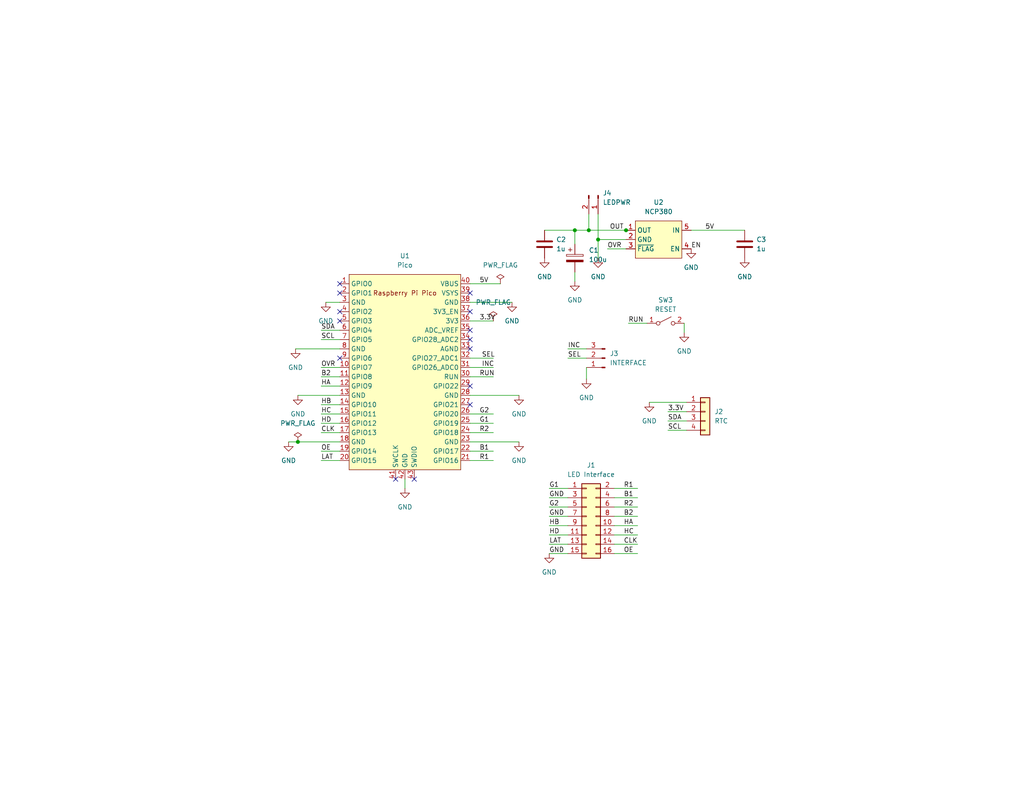
<source format=kicad_sch>
(kicad_sch (version 20211123) (generator eeschema)
  (paper "USLetter")
  (title_block (title "Matrix Clock") (date "2022-12-09") (rev "1") (company "Matt Wachowski"))
  (lib_symbols
    (symbol "Connector:Conn_01x02_Male" (pin_names (offset 1.016) hide)
      (property "Reference" "J" (at 0 2.54 0))
      (property "Value" "Conn_01x02_Male" (at 0 -5.08 0))
      (symbol "Conn_01x02_Male_1_1"
        (polyline (pts (xy 1.27 -2.54) (xy 0.8636 -2.54)) (stroke (width 0.1524)))
        (polyline (pts (xy 1.27 0) (xy 0.8636 0)) (stroke (width 0.1524)))
        (rectangle (start 0.8636 -2.413) (end 0 -2.667) (stroke (width 0.1524)) (fill (type outline)))
        (rectangle (start 0.8636 0.127) (end 0 -0.127) (stroke (width 0.1524)) (fill (type outline)))
        (pin passive line (at 5.08 0 180) (length 3.81) (name "Pin_1") (number "1"))
        (pin passive line (at 5.08 -2.54 180) (length 3.81) (name "Pin_2") (number "2"))
      )
    )
    (symbol "Connector:Conn_01x03_Male" (pin_names (offset 1.016) hide)
      (property "Reference" "J" (at 0 5.08 0))
      (property "Value" "Conn_01x03_Male" (at 0 -5.08 0))
      (symbol "Conn_01x03_Male_1_1"
        (polyline (pts (xy 1.27 -2.54) (xy 0.8636 -2.54)) (stroke (width 0.1524)))
        (polyline (pts (xy 1.27 0) (xy 0.8636 0)) (stroke (width 0.1524)))
        (polyline (pts (xy 1.27 2.54) (xy 0.8636 2.54)) (stroke (width 0.1524)))
        (rectangle (start 0.8636 -2.413) (end 0 -2.667) (stroke (width 0.1524)) (fill (type outline)))
        (rectangle (start 0.8636 0.127) (end 0 -0.127) (stroke (width 0.1524)) (fill (type outline)))
        (rectangle (start 0.8636 2.667) (end 0 2.413) (stroke (width 0.1524)) (fill (type outline)))
        (pin passive line (at 5.08 2.54 180) (length 3.81) (name "Pin_1") (number "1"))
        (pin passive line (at 5.08 0 180) (length 3.81) (name "Pin_2") (number "2"))
        (pin passive line (at 5.08 -2.54 180) (length 3.81) (name "Pin_3") (number "3"))
      )
    )
    (symbol "Connector_Generic:Conn_01x04" (pin_names (offset 1.016) hide)
      (property "Reference" "J" (at 0 5.08 0))
      (property "Value" "Conn_01x04" (at 0 -7.62 0))
      (symbol "Conn_01x04_1_1"
        (rectangle (start -1.27 -4.953) (end 0 -5.207) (stroke (width 0.1524)))
        (rectangle (start -1.27 -2.413) (end 0 -2.667) (stroke (width 0.1524)))
        (rectangle (start -1.27 0.127) (end 0 -0.127) (stroke (width 0.1524)))
        (rectangle (start -1.27 2.667) (end 0 2.413) (stroke (width 0.1524)))
        (rectangle (start -1.27 3.81) (end 1.27 -6.35) (stroke (width 0.254)) (fill (type background)))
        (pin passive line (at -5.08 2.54 0) (length 3.81) (name "Pin_1") (number "1"))
        (pin passive line (at -5.08 0 0) (length 3.81) (name "Pin_2") (number "2"))
        (pin passive line (at -5.08 -2.54 0) (length 3.81) (name "Pin_3") (number "3"))
        (pin passive line (at -5.08 -5.08 0) (length 3.81) (name "Pin_4") (number "4"))
      )
    )
    (symbol "Connector_Generic:Conn_02x08_Odd_Even" (pin_names (offset 1.016) hide)
      (property "Reference" "J" (at 1.27 10.16 0))
      (property "Value" "Conn_02x08_Odd_Even" (at 1.27 -12.7 0))
      (symbol "Conn_02x08_Odd_Even_1_1"
        (rectangle (start -1.27 -10.033) (end 0 -10.287) (stroke (width 0.1524)))
        (rectangle (start -1.27 -7.493) (end 0 -7.747) (stroke (width 0.1524)))
        (rectangle (start -1.27 -4.953) (end 0 -5.207) (stroke (width 0.1524)))
        (rectangle (start -1.27 -2.413) (end 0 -2.667) (stroke (width 0.1524)))
        (rectangle (start -1.27 0.127) (end 0 -0.127) (stroke (width 0.1524)))
        (rectangle (start -1.27 2.667) (end 0 2.413) (stroke (width 0.1524)))
        (rectangle (start -1.27 5.207) (end 0 4.953) (stroke (width 0.1524)))
        (rectangle (start -1.27 7.747) (end 0 7.493) (stroke (width 0.1524)))
        (rectangle (start -1.27 8.89) (end 3.81 -11.43) (stroke (width 0.254)) (fill (type background)))
        (rectangle (start 3.81 -10.033) (end 2.54 -10.287) (stroke (width 0.1524)))
        (rectangle (start 3.81 -7.493) (end 2.54 -7.747) (stroke (width 0.1524)))
        (rectangle (start 3.81 -4.953) (end 2.54 -5.207) (stroke (width 0.1524)))
        (rectangle (start 3.81 -2.413) (end 2.54 -2.667) (stroke (width 0.1524)))
        (rectangle (start 3.81 0.127) (end 2.54 -0.127) (stroke (width 0.1524)))
        (rectangle (start 3.81 2.667) (end 2.54 2.413) (stroke (width 0.1524)))
        (rectangle (start 3.81 5.207) (end 2.54 4.953) (stroke (width 0.1524)))
        (rectangle (start 3.81 7.747) (end 2.54 7.493) (stroke (width 0.1524)))
        (pin passive line (at -5.08 7.62 0) (length 3.81) (name "Pin_1") (number "1"))
        (pin passive line (at 7.62 -2.54 180) (length 3.81) (name "Pin_10") (number "10"))
        (pin passive line (at -5.08 -5.08 0) (length 3.81) (name "Pin_11") (number "11"))
        (pin passive line (at 7.62 -5.08 180) (length 3.81) (name "Pin_12") (number "12"))
        (pin passive line (at -5.08 -7.62 0) (length 3.81) (name "Pin_13") (number "13"))
        (pin passive line (at 7.62 -7.62 180) (length 3.81) (name "Pin_14") (number "14"))
        (pin passive line (at -5.08 -10.16 0) (length 3.81) (name "Pin_15") (number "15"))
        (pin passive line (at 7.62 -10.16 180) (length 3.81) (name "Pin_16") (number "16"))
        (pin passive line (at 7.62 7.62 180) (length 3.81) (name "Pin_2") (number "2"))
        (pin passive line (at -5.08 5.08 0) (length 3.81) (name "Pin_3") (number "3"))
        (pin passive line (at 7.62 5.08 180) (length 3.81) (name "Pin_4") (number "4"))
        (pin passive line (at -5.08 2.54 0) (length 3.81) (name "Pin_5") (number "5"))
        (pin passive line (at 7.62 2.54 180) (length 3.81) (name "Pin_6") (number "6"))
        (pin passive line (at -5.08 0 0) (length 3.81) (name "Pin_7") (number "7"))
        (pin passive line (at 7.62 0 180) (length 3.81) (name "Pin_8") (number "8"))
        (pin passive line (at -5.08 -2.54 0) (length 3.81) (name "Pin_9") (number "9"))
      )
    )
    (symbol "Device:C" (pin_numbers hide) (pin_names (offset 0.254))
      (property "Reference" "C" (at 0.635 2.54 0))
      (property "Value" "C" (at 0.635 -2.54 0))
      (symbol "C_0_1"
        (polyline (pts (xy -2.032 -0.762) (xy 2.032 -0.762)) (stroke (width 0.508)))
        (polyline (pts (xy -2.032 0.762) (xy 2.032 0.762)) (stroke (width 0.508)))
      )
      (symbol "C_1_1"
        (pin passive line (at 0 3.81 270) (length 2.794) (name "~") (number "1"))
        (pin passive line (at 0 -3.81 90) (length 2.794) (name "~") (number "2"))
      )
    )
    (symbol "Device:C_Polarized" (pin_numbers hide) (pin_names (offset 0.254))
      (property "Reference" "C" (at 0.635 2.54 0))
      (property "Value" "C_Polarized" (at 0.635 -2.54 0))
      (symbol "C_Polarized_0_1"
        (rectangle (start -2.286 0.508) (end 2.286 1.016))
        (polyline (pts (xy -1.778 2.286) (xy -0.762 2.286)))
        (polyline (pts (xy -1.27 2.794) (xy -1.27 1.778)))
        (rectangle (start 2.286 -0.508) (end -2.286 -1.016) (fill (type outline)))
      )
      (symbol "C_Polarized_1_1"
        (pin passive line (at 0 3.81 270) (length 2.794) (name "~") (number "1"))
        (pin passive line (at 0 -3.81 90) (length 2.794) (name "~") (number "2"))
      )
    )
    (symbol "Matt:NCP380"
      (property "Reference" "U" (at 0 6.35 0))
      (property "Value" "NCP380" (at 0 -6.35 0))
      (symbol "NCP380_0_1"
        (rectangle (start -6.35 5.08) (end 6.35 -5.08) (fill (type background)))
      )
      (symbol "NCP380_1_1"
        (pin power_out line (at -8.89 2.54 0) (length 2.54) (name "OUT") (number "1"))
        (pin power_in line (at -8.89 0 0) (length 2.54) (name "GND") (number "2"))
        (pin output line (at -8.89 -2.54 0) (length 2.54) (name "~{FLAG}") (number "3"))
        (pin input line (at 8.89 -2.54 180) (length 2.54) (name "EN") (number "4"))
        (pin power_in line (at 8.89 2.54 180) (length 2.54) (name "IN") (number "5"))
      )
    )
    (symbol "PI Pico:Pico"
      (property "Reference" "U" (at -13.97 27.94 0))
      (property "Value" "Pico" (at 0 19.05 0))
      (symbol "Pico_0_0"
        (text "Raspberry Pi Pico" (at 0 21.59 0) (effects (font (size 1.27 1.27))))
      )
      (symbol "Pico_0_1"
        (rectangle (start -15.24 26.67) (end 15.24 -26.67) (fill (type background)))
      )
      (symbol "Pico_1_1"
        (pin bidirectional line (at -17.78 24.13 0) (length 2.54) (name "GPIO0") (number "1"))
        (pin bidirectional line (at -17.78 1.27 0) (length 2.54) (name "GPIO7") (number "10"))
        (pin bidirectional line (at -17.78 -1.27 0) (length 2.54) (name "GPIO8") (number "11"))
        (pin bidirectional line (at -17.78 -3.81 0) (length 2.54) (name "GPIO9") (number "12"))
        (pin power_in line (at -17.78 -6.35 0) (length 2.54) (name "GND") (number "13"))
        (pin bidirectional line (at -17.78 -8.89 0) (length 2.54) (name "GPIO10") (number "14"))
        (pin bidirectional line (at -17.78 -11.43 0) (length 2.54) (name "GPIO11") (number "15"))
        (pin bidirectional line (at -17.78 -13.97 0) (length 2.54) (name "GPIO12") (number "16"))
        (pin bidirectional line (at -17.78 -16.51 0) (length 2.54) (name "GPIO13") (number "17"))
        (pin power_in line (at -17.78 -19.05 0) (length 2.54) (name "GND") (number "18"))
        (pin bidirectional line (at -17.78 -21.59 0) (length 2.54) (name "GPIO14") (number "19"))
        (pin bidirectional line (at -17.78 21.59 0) (length 2.54) (name "GPIO1") (number "2"))
        (pin bidirectional line (at -17.78 -24.13 0) (length 2.54) (name "GPIO15") (number "20"))
        (pin bidirectional line (at 17.78 -24.13 180) (length 2.54) (name "GPIO16") (number "21"))
        (pin bidirectional line (at 17.78 -21.59 180) (length 2.54) (name "GPIO17") (number "22"))
        (pin power_in line (at 17.78 -19.05 180) (length 2.54) (name "GND") (number "23"))
        (pin bidirectional line (at 17.78 -16.51 180) (length 2.54) (name "GPIO18") (number "24"))
        (pin bidirectional line (at 17.78 -13.97 180) (length 2.54) (name "GPIO19") (number "25"))
        (pin bidirectional line (at 17.78 -11.43 180) (length 2.54) (name "GPIO20") (number "26"))
        (pin bidirectional line (at 17.78 -8.89 180) (length 2.54) (name "GPIO21") (number "27"))
        (pin power_in line (at 17.78 -6.35 180) (length 2.54) (name "GND") (number "28"))
        (pin bidirectional line (at 17.78 -3.81 180) (length 2.54) (name "GPIO22") (number "29"))
        (pin power_in line (at -17.78 19.05 0) (length 2.54) (name "GND") (number "3"))
        (pin input line (at 17.78 -1.27 180) (length 2.54) (name "RUN") (number "30"))
        (pin bidirectional line (at 17.78 1.27 180) (length 2.54) (name "GPIO26_ADC0") (number "31"))
        (pin bidirectional line (at 17.78 3.81 180) (length 2.54) (name "GPIO27_ADC1") (number "32"))
        (pin power_in line (at 17.78 6.35 180) (length 2.54) (name "AGND") (number "33"))
        (pin bidirectional line (at 17.78 8.89 180) (length 2.54) (name "GPIO28_ADC2") (number "34"))
        (pin power_in line (at 17.78 11.43 180) (length 2.54) (name "ADC_VREF") (number "35"))
        (pin power_in line (at 17.78 13.97 180) (length 2.54) (name "3V3") (number "36"))
        (pin input line (at 17.78 16.51 180) (length 2.54) (name "3V3_EN") (number "37"))
        (pin bidirectional line (at 17.78 19.05 180) (length 2.54) (name "GND") (number "38"))
        (pin power_in line (at 17.78 21.59 180) (length 2.54) (name "VSYS") (number "39"))
        (pin bidirectional line (at -17.78 16.51 0) (length 2.54) (name "GPIO2") (number "4"))
        (pin power_in line (at 17.78 24.13 180) (length 2.54) (name "VBUS") (number "40"))
        (pin input line (at -2.54 -29.21 90) (length 2.54) (name "SWCLK") (number "41"))
        (pin power_in line (at 0 -29.21 90) (length 2.54) (name "GND") (number "42"))
        (pin bidirectional line (at 2.54 -29.21 90) (length 2.54) (name "SWDIO") (number "43"))
        (pin bidirectional line (at -17.78 13.97 0) (length 2.54) (name "GPIO3") (number "5"))
        (pin bidirectional line (at -17.78 11.43 0) (length 2.54) (name "GPIO4") (number "6"))
        (pin bidirectional line (at -17.78 8.89 0) (length 2.54) (name "GPIO5") (number "7"))
        (pin power_in line (at -17.78 6.35 0) (length 2.54) (name "GND") (number "8"))
        (pin bidirectional line (at -17.78 3.81 0) (length 2.54) (name "GPIO6") (number "9"))
      )
    )
    (symbol "Switch:SW_SPST" (pin_names (offset 0) hide)
      (property "Reference" "SW" (at 0 3.175 0))
      (property "Value" "SW_SPST" (at 0 -2.54 0))
      (symbol "SW_SPST_0_0"
        (circle (center -2.032 0) (radius 0.508))
        (polyline (pts (xy -1.524 0.254) (xy 1.524 1.778)))
        (circle (center 2.032 0) (radius 0.508))
      )
      (symbol "SW_SPST_1_1"
        (pin passive line (at -5.08 0 0) (length 2.54) (name "A") (number "1"))
        (pin passive line (at 5.08 0 180) (length 2.54) (name "B") (number "2"))
      )
    )
    (symbol "power:GND" (power) (pin_names (offset 0))
      (property "Value" "GND" (at 0 -3.81 0))
      (symbol "GND_0_1"
        (polyline (pts (xy 0 0) (xy 0 -1.27) (xy 1.27 -1.27) (xy 0 -2.54) (xy -1.27 -1.27) (xy 0 -1.27)))
      )
      (symbol "GND_1_1"
        (pin power_in line (at 0 0 270) (length 0) hide (name "GND") (number "1"))
      )
    )
    (symbol "power:PWR_FLAG" (power) (pin_numbers hide) (pin_names (offset 0) hide)
      (property "Value" "PWR_FLAG" (at 0 3.81 0))
      (symbol "PWR_FLAG_0_0"
        (pin power_out line (at 0 0 90) (length 0) (name "pwr") (number "1"))
      )
      (symbol "PWR_FLAG_0_1"
        (polyline (pts (xy 0 0) (xy 0 1.27) (xy -1.016 1.905) (xy 0 2.54) (xy 1.016 1.905) (xy 0 1.27)))
      )
    )
  )
  (junction (at 170.815 62.865))
  (junction (at 81.28 120.65))
  (junction (at 156.845 62.865))
  (junction (at 163.195 65.405))
  (junction (at 160.655 62.865))
  (no_connect (at 128.27 95.25))
  (no_connect (at 128.27 105.41))
  (no_connect (at 92.71 80.01))
  (no_connect (at 107.95 130.81))
  (no_connect (at 92.71 87.63))
  (no_connect (at 92.71 77.47))
  (no_connect (at 92.71 97.79))
  (no_connect (at 128.27 92.71))
  (no_connect (at 128.27 110.49))
  (no_connect (at 128.27 85.09))
  (no_connect (at 92.71 85.09))
  (no_connect (at 128.27 90.17))
  (no_connect (at 128.27 80.01))
  (no_connect (at 113.03 130.81))
  (wire (pts (xy 167.64 148.59) (xy 173.99 148.59)))
  (wire (pts (xy 81.28 107.95) (xy 92.71 107.95)))
  (wire (pts (xy 81.28 120.65) (xy 92.71 120.65)))
  (wire (pts (xy 182.245 117.475) (xy 187.325 117.475)))
  (wire (pts (xy 128.27 120.65) (xy 141.605 120.65)))
  (wire (pts (xy 167.64 151.13) (xy 173.99 151.13)))
  (wire (pts (xy 87.63 92.71) (xy 92.71 92.71)))
  (wire (pts (xy 149.86 140.97) (xy 154.94 140.97)))
  (wire (pts (xy 163.195 65.405) (xy 170.815 65.405)))
  (wire (pts (xy 154.94 95.25) (xy 160.02 95.25)))
  (wire (pts (xy 160.02 100.33) (xy 160.02 103.505)))
  (wire (pts (xy 165.735 67.945) (xy 170.815 67.945)))
  (wire (pts (xy 87.63 105.41) (xy 92.71 105.41)))
  (wire (pts (xy 128.27 82.55) (xy 139.7 82.55)))
  (wire (pts (xy 156.845 62.865) (xy 160.655 62.865)))
  (wire (pts (xy 167.64 135.89) (xy 173.99 135.89)))
  (wire (pts (xy 167.64 143.51) (xy 173.99 143.51)))
  (wire (pts (xy 149.86 135.89) (xy 154.94 135.89)))
  (wire (pts (xy 149.86 146.05) (xy 154.94 146.05)))
  (wire (pts (xy 182.245 112.395) (xy 187.325 112.395)))
  (wire (pts (xy 128.27 125.73) (xy 134.62 125.73)))
  (wire (pts (xy 156.845 62.865) (xy 156.845 66.675)))
  (wire (pts (xy 170.815 62.865) (xy 171.45 62.865)))
  (wire (pts (xy 87.63 110.49) (xy 92.71 110.49)))
  (wire (pts (xy 149.86 133.35) (xy 154.94 133.35)))
  (wire (pts (xy 186.69 88.265) (xy 186.69 90.805)))
  (wire (pts (xy 87.63 102.87) (xy 92.71 102.87)))
  (wire (pts (xy 149.86 143.51) (xy 154.94 143.51)))
  (wire (pts (xy 188.595 62.865) (xy 203.2 62.865)))
  (wire (pts (xy 128.27 100.33) (xy 134.62 100.33)))
  (wire (pts (xy 87.63 123.19) (xy 92.71 123.19)))
  (wire (pts (xy 87.63 118.11) (xy 92.71 118.11)))
  (wire (pts (xy 167.64 140.97) (xy 173.99 140.97)))
  (wire (pts (xy 87.63 100.33) (xy 92.71 100.33)))
  (wire (pts (xy 163.195 58.42) (xy 163.195 65.405)))
  (wire (pts (xy 167.64 133.35) (xy 173.99 133.35)))
  (wire (pts (xy 128.27 123.19) (xy 134.62 123.19)))
  (wire (pts (xy 154.94 97.79) (xy 160.02 97.79)))
  (wire (pts (xy 128.27 113.03) (xy 134.62 113.03)))
  (wire (pts (xy 78.74 120.65) (xy 81.28 120.65)))
  (wire (pts (xy 128.27 87.63) (xy 134.62 87.63)))
  (wire (pts (xy 148.59 62.865) (xy 156.845 62.865)))
  (wire (pts (xy 128.27 118.11) (xy 134.62 118.11)))
  (wire (pts (xy 110.49 130.81) (xy 110.49 133.35)))
  (wire (pts (xy 88.9 82.55) (xy 92.71 82.55)))
  (wire (pts (xy 87.63 113.03) (xy 92.71 113.03)))
  (wire (pts (xy 87.63 125.73) (xy 92.71 125.73)))
  (wire (pts (xy 149.86 151.13) (xy 154.94 151.13)))
  (wire (pts (xy 156.845 74.295) (xy 156.845 76.835)))
  (wire (pts (xy 87.63 115.57) (xy 92.71 115.57)))
  (wire (pts (xy 160.655 62.865) (xy 170.815 62.865)))
  (wire (pts (xy 128.27 77.47) (xy 136.525 77.47)))
  (wire (pts (xy 163.195 65.405) (xy 163.195 70.485)))
  (wire (pts (xy 80.645 95.25) (xy 92.71 95.25)))
  (wire (pts (xy 149.86 138.43) (xy 154.94 138.43)))
  (wire (pts (xy 182.245 114.935) (xy 187.325 114.935)))
  (wire (pts (xy 177.165 109.855) (xy 187.325 109.855)))
  (wire (pts (xy 167.64 146.05) (xy 173.99 146.05)))
  (wire (pts (xy 128.27 97.79) (xy 134.62 97.79)))
  (wire (pts (xy 149.86 148.59) (xy 154.94 148.59)))
  (wire (pts (xy 87.63 90.17) (xy 92.71 90.17)))
  (wire (pts (xy 171.45 88.265) (xy 176.53 88.265)))
  (wire (pts (xy 160.655 62.865) (xy 160.655 58.42)))
  (wire (pts (xy 167.64 138.43) (xy 173.99 138.43)))
  (wire (pts (xy 128.27 107.95) (xy 141.605 107.95)))
  (wire (pts (xy 128.27 102.87) (xy 134.62 102.87)))
  (wire (pts (xy 128.27 115.57) (xy 134.62 115.57)))
  (label "HC" (at 87.63 113.03 0))
  (label "HB" (at 149.86 143.51 0))
  (label "B2" (at 170.18 140.97 0))
  (label "HA" (at 87.63 105.41 0))
  (label "5V" (at 192.405 62.865 0))
  (label "G2" (at 130.81 113.03 0))
  (label "LAT" (at 87.63 125.73 0))
  (label "OVR" (at 87.63 100.33 0))
  (label "GND" (at 149.86 140.97 0))
  (label "CLK" (at 87.63 118.11 0))
  (label "SCL" (at 87.63 92.71 0))
  (label "RUN" (at 130.81 102.87 0))
  (label "HC" (at 170.18 146.05 0))
  (label "GND" (at 149.86 135.89 0))
  (label "OE" (at 170.18 151.13 0))
  (label "CLK" (at 170.18 148.59 0))
  (label "HA" (at 170.18 143.51 0))
  (label "HD" (at 149.86 146.05 0))
  (label "B2" (at 87.63 102.87 0))
  (label "5V" (at 130.81 77.47 0))
  (label "INC" (at 154.94 95.25 0))
  (label "SCL" (at 182.245 117.475 0))
  (label "3.3V" (at 182.245 112.395 0))
  (label "G1" (at 130.81 115.57 0))
  (label "B1" (at 130.81 123.19 0))
  (label "GND" (at 149.86 151.13 0))
  (label "SDA" (at 182.245 114.935 0))
  (label "G1" (at 149.86 133.35 0))
  (label "EN" (at 188.595 67.945 0))
  (label "R2" (at 130.81 118.11 0))
  (label "OE" (at 87.63 123.19 0))
  (label "SEL" (at 131.445 97.79 0))
  (label "SEL" (at 154.94 97.79 0))
  (label "OVR" (at 165.735 67.945 0))
  (label "HD" (at 87.63 115.57 0))
  (label "3.3V" (at 130.81 87.63 0))
  (label "RUN" (at 171.45 88.265 0))
  (label "LAT" (at 149.86 148.59 0))
  (label "R1" (at 130.81 125.73 0))
  (label "B1" (at 170.18 135.89 0))
  (label "R1" (at 170.18 133.35 0))
  (label "G2" (at 149.86 138.43 0))
  (label "R2" (at 170.18 138.43 0))
  (label "INC" (at 131.445 100.33 0))
  (label "HB" (at 87.63 110.49 0))
  (label "SDA" (at 87.63 90.17 0))
  (label "OUT" (at 166.37 62.865 0))
  (symbol (lib_id "Connector_Generic:Conn_01x04") (at 192.405 112.395 0) (unit 1)
    (property "Reference" "J2" (at 194.945 112.3949 0) (effects (justify left)))
    (property "Value" "RTC" (at 194.945 114.9349 0) (effects (justify left)))
    (property "Footprint" "Connector_PinHeader_2.54mm:PinHeader_1x04_P2.54mm_Vertical" (effects hide))
  )
  (symbol (lib_id "Connector:Conn_01x02_Male") (at 163.195 53.34 270) (unit 1)
    (property "Reference" "J4" (at 164.465 52.7049 90) (effects (justify left)))
    (property "Value" "LEDPWR" (at 164.465 55.2449 90) (effects (justify left)))
    (property "Footprint" "Connector_PinHeader_2.54mm:PinHeader_1x02_P2.54mm_Horizontal" (effects hide))
  )
  (symbol (lib_id "power:GND") (at 160.02 103.505 0) (unit 1)
    (property "Reference" "#PWR014" (effects hide))
    (property "Value" "GND" (at 160.02 108.585 0))
  )
  (symbol (lib_id "Device:C") (at 148.59 66.675 0) (unit 1)
    (property "Reference" "C2" (at 151.765 65.4049 0) (effects (justify left)))
    (property "Value" "1u" (at 151.765 67.9449 0) (effects (justify left)))
    (property "Footprint" "Capacitor_SMD:C_0805_2012Metric_Pad1.18x1.45mm_HandSolder" (effects hide))
  )
  (symbol (lib_id "power:GND") (at 141.605 120.65 0) (unit 1)
    (property "Reference" "#PWR09" (effects hide))
    (property "Value" "GND" (at 141.605 125.73 0))
  )
  (symbol (lib_id "power:GND") (at 110.49 133.35 0) (unit 1)
    (property "Reference" "#PWR05" (effects hide))
    (property "Value" "GND" (at 110.49 138.43 0))
  )
  (symbol (lib_id "power:GND") (at 177.165 109.855 0) (unit 1)
    (property "Reference" "#PWR016" (effects hide))
    (property "Value" "GND" (at 177.165 114.935 0))
  )
  (symbol (lib_id "power:GND") (at 188.595 67.945 0) (unit 1)
    (property "Reference" "#PWR?" (effects hide))
    (property "Value" "GND" (at 188.595 73.025 0))
  )
  (symbol (lib_id "power:GND") (at 149.86 151.13 0) (unit 1)
    (property "Reference" "#PWR07" (effects hide))
    (property "Value" "GND" (at 149.86 156.21 0))
  )
  (symbol (lib_id "power:GND") (at 186.69 90.805 0) (unit 1)
    (property "Reference" "#PWR015" (effects hide))
    (property "Value" "GND" (at 186.69 95.885 0))
  )
  (symbol (lib_id "PI Pico:Pico") (at 110.49 101.6 0) (unit 1)
    (property "Reference" "U1" (at 110.49 69.85 0))
    (property "Value" "Pico" (at 110.49 72.39 0))
    (property "Footprint" "PI Pico:RPi_Pico_SMD_TH" (effects hide))
  )
  (symbol (lib_id "power:GND") (at 141.605 107.95 0) (unit 1)
    (property "Reference" "#PWR08" (effects hide))
    (property "Value" "GND" (at 141.605 113.03 0))
  )
  (symbol (lib_id "power:GND") (at 139.7 82.55 0) (unit 1)
    (property "Reference" "#PWR06" (effects hide))
    (property "Value" "GND" (at 139.7 87.63 0))
  )
  (symbol (lib_id "power:GND") (at 163.195 70.485 0) (unit 1)
    (property "Reference" "#PWR010" (effects hide))
    (property "Value" "GND" (at 163.195 75.565 0))
  )
  (symbol (lib_id "Device:C") (at 203.2 66.675 0) (unit 1)
    (property "Reference" "C3" (at 206.375 65.4049 0) (effects (justify left)))
    (property "Value" "1u" (at 206.375 67.9449 0) (effects (justify left)))
    (property "Footprint" "Capacitor_SMD:C_0805_2012Metric_Pad1.18x1.45mm_HandSolder" (effects hide))
  )
  (symbol (lib_id "power:GND") (at 80.645 95.25 0) (unit 1)
    (property "Reference" "#PWR03" (effects hide))
    (property "Value" "GND" (at 80.645 100.33 0))
  )
  (symbol (lib_id "Device:C_Polarized") (at 156.845 70.485 0) (unit 1)
    (property "Reference" "C1" (at 160.655 68.3259 0) (effects (justify left)))
    (property "Value" "100u" (at 160.655 70.8659 0) (effects (justify left)))
    (property "Footprint" "Capacitor_THT:CP_Radial_D6.3mm_P2.50mm" (effects hide))
  )
  (symbol (lib_id "power:GND") (at 88.9 82.55 0) (unit 1)
    (property "Reference" "#PWR02" (effects hide))
    (property "Value" "GND" (at 88.9 87.63 0))
  )
  (symbol (lib_id "power:GND") (at 156.845 76.835 0) (unit 1)
    (property "Reference" "#PWR012" (effects hide))
    (property "Value" "GND" (at 156.845 81.915 0))
  )
  (symbol (lib_id "power:GND") (at 148.59 70.485 0) (unit 1)
    (property "Reference" "#PWR0101" (effects hide))
    (property "Value" "GND" (at 148.59 75.565 0))
  )
  (symbol (lib_id "power:GND") (at 78.74 120.65 0) (unit 1)
    (property "Reference" "#PWR01" (effects hide))
    (property "Value" "GND" (at 78.74 125.73 0))
  )
  (symbol (lib_id "power:PWR_FLAG") (at 136.525 77.47 0) (unit 1)
    (property "Reference" "#FLG01" (effects hide))
    (property "Value" "PWR_FLAG" (at 136.525 72.39 0))
  )
  (symbol (lib_id "Connector_Generic:Conn_02x08_Odd_Even") (at 160.02 140.97 0) (unit 1)
    (property "Reference" "J1" (at 161.29 127 0))
    (property "Value" "LED Interface" (at 161.29 129.54 0))
    (property "Footprint" "Connector_PinHeader_2.54mm:PinHeader_2x08_P2.54mm_Vertical" (effects hide))
  )
  (symbol (lib_id "power:GND") (at 203.2 70.485 0) (unit 1)
    (property "Reference" "#PWR0102" (effects hide))
    (property "Value" "GND" (at 203.2 75.565 0))
  )
  (symbol (lib_id "Matt:NCP380") (at 179.705 65.405 0) (unit 1)
    (property "Reference" "U2" (at 179.705 55.245 0))
    (property "Value" "NCP380" (at 179.705 57.785 0))
    (property "Footprint" "Package_SO:TSOP-5_1.65x3.05mm_P0.95mm" (effects hide))
  )
  (symbol (lib_id "Connector:Conn_01x03_Male") (at 165.1 97.79 180) (unit 1)
    (property "Reference" "J3" (at 166.37 96.5199 0) (effects (justify right)))
    (property "Value" "INTERFACE" (at 166.37 99.0599 0) (effects (justify right)))
    (property "Footprint" "Connector_PinHeader_2.54mm:PinHeader_1x03_P2.54mm_Horizontal" (effects hide))
  )
  (symbol (lib_id "power:GND") (at 81.28 107.95 0) (unit 1)
    (property "Reference" "#PWR04" (effects hide))
    (property "Value" "GND" (at 81.28 113.03 0))
  )
  (symbol (lib_id "power:PWR_FLAG") (at 134.62 87.63 0) (unit 1)
    (property "Reference" "#FLG0102" (effects hide))
    (property "Value" "PWR_FLAG" (at 134.62 82.55 0))
  )
  (symbol (lib_id "power:PWR_FLAG") (at 81.28 120.65 0) (unit 1)
    (property "Reference" "#FLG0101" (effects hide))
    (property "Value" "PWR_FLAG" (at 81.28 115.57 0))
  )
  (symbol (lib_id "Switch:SW_SPST") (at 181.61 88.265 0) (unit 1)
    (property "Reference" "SW3" (at 181.61 81.915 0))
    (property "Value" "RESET" (at 181.61 84.455 0))
    (property "Footprint" "Matt:SMD_Button_6mm_3_5mm" (effects hide))
  )
)
</source>
